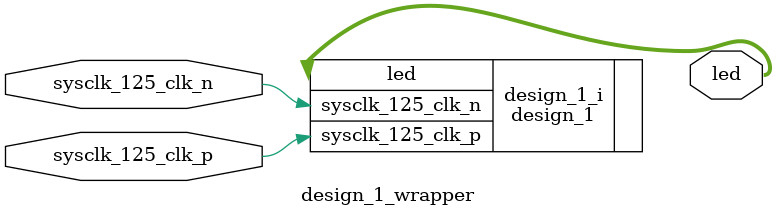
<source format=v>
`timescale 1 ps / 1 ps

module design_1_wrapper
   (led,
    sysclk_125_clk_n,
    sysclk_125_clk_p);
  output [7:0]led;
  input sysclk_125_clk_n;
  input sysclk_125_clk_p;

  wire [7:0]led;
  wire sysclk_125_clk_n;
  wire sysclk_125_clk_p;

  design_1 design_1_i
       (.led(led),
        .sysclk_125_clk_n(sysclk_125_clk_n),
        .sysclk_125_clk_p(sysclk_125_clk_p));
endmodule

</source>
